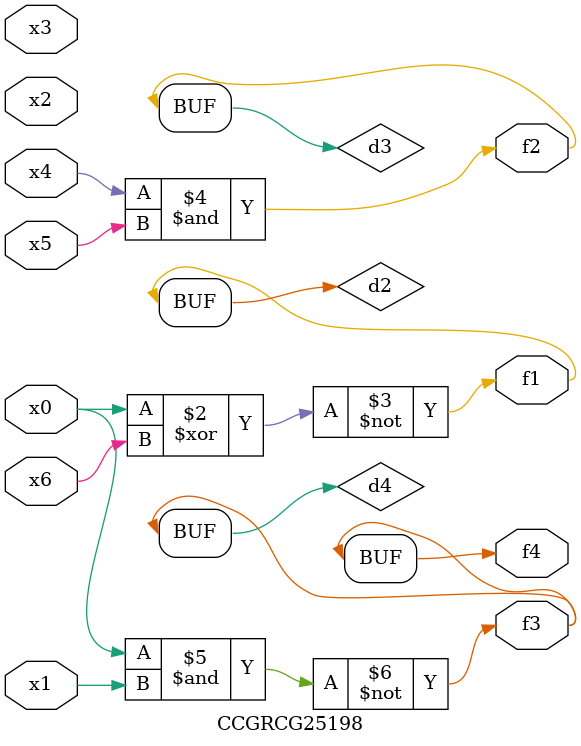
<source format=v>
module CCGRCG25198(
	input x0, x1, x2, x3, x4, x5, x6,
	output f1, f2, f3, f4
);

	wire d1, d2, d3, d4;

	nor (d1, x0);
	xnor (d2, x0, x6);
	and (d3, x4, x5);
	nand (d4, x0, x1);
	assign f1 = d2;
	assign f2 = d3;
	assign f3 = d4;
	assign f4 = d4;
endmodule

</source>
